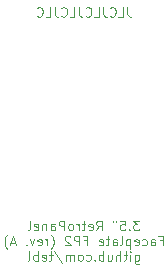
<source format=gbo>
G04 #@! TF.GenerationSoftware,KiCad,Pcbnew,(5.1.8)-1*
G04 #@! TF.CreationDate,2022-11-12T23:31:27+01:00*
G04 #@! TF.ProjectId,RetroPanel FP2,52657472-6f50-4616-9e65-6c204650322e,rev?*
G04 #@! TF.SameCoordinates,Original*
G04 #@! TF.FileFunction,Legend,Bot*
G04 #@! TF.FilePolarity,Positive*
%FSLAX46Y46*%
G04 Gerber Fmt 4.6, Leading zero omitted, Abs format (unit mm)*
G04 Created by KiCad (PCBNEW (5.1.8)-1) date 2022-11-12 23:31:27*
%MOMM*%
%LPD*%
G01*
G04 APERTURE LIST*
%ADD10C,0.100000*%
G04 APERTURE END LIST*
D10*
X154445238Y-80384904D02*
X154445238Y-80956333D01*
X154483333Y-81070619D01*
X154559523Y-81146809D01*
X154673809Y-81184904D01*
X154750000Y-81184904D01*
X153683333Y-81184904D02*
X154064285Y-81184904D01*
X154064285Y-80384904D01*
X152959523Y-81108714D02*
X152997619Y-81146809D01*
X153111904Y-81184904D01*
X153188095Y-81184904D01*
X153302380Y-81146809D01*
X153378571Y-81070619D01*
X153416666Y-80994428D01*
X153454761Y-80842047D01*
X153454761Y-80727761D01*
X153416666Y-80575380D01*
X153378571Y-80499190D01*
X153302380Y-80423000D01*
X153188095Y-80384904D01*
X153111904Y-80384904D01*
X152997619Y-80423000D01*
X152959523Y-80461095D01*
X152388095Y-80384904D02*
X152388095Y-80956333D01*
X152426190Y-81070619D01*
X152502380Y-81146809D01*
X152616666Y-81184904D01*
X152692857Y-81184904D01*
X151626190Y-81184904D02*
X152007142Y-81184904D01*
X152007142Y-80384904D01*
X150902380Y-81108714D02*
X150940476Y-81146809D01*
X151054761Y-81184904D01*
X151130952Y-81184904D01*
X151245238Y-81146809D01*
X151321428Y-81070619D01*
X151359523Y-80994428D01*
X151397619Y-80842047D01*
X151397619Y-80727761D01*
X151359523Y-80575380D01*
X151321428Y-80499190D01*
X151245238Y-80423000D01*
X151130952Y-80384904D01*
X151054761Y-80384904D01*
X150940476Y-80423000D01*
X150902380Y-80461095D01*
X150330952Y-80384904D02*
X150330952Y-80956333D01*
X150369047Y-81070619D01*
X150445238Y-81146809D01*
X150559523Y-81184904D01*
X150635714Y-81184904D01*
X149569047Y-81184904D02*
X149950000Y-81184904D01*
X149950000Y-80384904D01*
X148845238Y-81108714D02*
X148883333Y-81146809D01*
X148997619Y-81184904D01*
X149073809Y-81184904D01*
X149188095Y-81146809D01*
X149264285Y-81070619D01*
X149302380Y-80994428D01*
X149340476Y-80842047D01*
X149340476Y-80727761D01*
X149302380Y-80575380D01*
X149264285Y-80499190D01*
X149188095Y-80423000D01*
X149073809Y-80384904D01*
X148997619Y-80384904D01*
X148883333Y-80423000D01*
X148845238Y-80461095D01*
X148273809Y-80384904D02*
X148273809Y-80956333D01*
X148311904Y-81070619D01*
X148388095Y-81146809D01*
X148502380Y-81184904D01*
X148578571Y-81184904D01*
X147511904Y-81184904D02*
X147892857Y-81184904D01*
X147892857Y-80384904D01*
X146788095Y-81108714D02*
X146826190Y-81146809D01*
X146940476Y-81184904D01*
X147016666Y-81184904D01*
X147130952Y-81146809D01*
X147207142Y-81070619D01*
X147245238Y-80994428D01*
X147283333Y-80842047D01*
X147283333Y-80727761D01*
X147245238Y-80575380D01*
X147207142Y-80499190D01*
X147130952Y-80423000D01*
X147016666Y-80384904D01*
X146940476Y-80384904D01*
X146826190Y-80423000D01*
X146788095Y-80461095D01*
X155454761Y-98466904D02*
X154959523Y-98466904D01*
X155226190Y-98771666D01*
X155111904Y-98771666D01*
X155035714Y-98809761D01*
X154997619Y-98847857D01*
X154959523Y-98924047D01*
X154959523Y-99114523D01*
X154997619Y-99190714D01*
X155035714Y-99228809D01*
X155111904Y-99266904D01*
X155340476Y-99266904D01*
X155416666Y-99228809D01*
X155454761Y-99190714D01*
X154616666Y-99190714D02*
X154578571Y-99228809D01*
X154616666Y-99266904D01*
X154654761Y-99228809D01*
X154616666Y-99190714D01*
X154616666Y-99266904D01*
X153854761Y-98466904D02*
X154235714Y-98466904D01*
X154273809Y-98847857D01*
X154235714Y-98809761D01*
X154159523Y-98771666D01*
X153969047Y-98771666D01*
X153892857Y-98809761D01*
X153854761Y-98847857D01*
X153816666Y-98924047D01*
X153816666Y-99114523D01*
X153854761Y-99190714D01*
X153892857Y-99228809D01*
X153969047Y-99266904D01*
X154159523Y-99266904D01*
X154235714Y-99228809D01*
X154273809Y-99190714D01*
X153511904Y-98466904D02*
X153511904Y-98619285D01*
X153207142Y-98466904D02*
X153207142Y-98619285D01*
X151797619Y-99266904D02*
X152064285Y-98885952D01*
X152254761Y-99266904D02*
X152254761Y-98466904D01*
X151950000Y-98466904D01*
X151873809Y-98505000D01*
X151835714Y-98543095D01*
X151797619Y-98619285D01*
X151797619Y-98733571D01*
X151835714Y-98809761D01*
X151873809Y-98847857D01*
X151950000Y-98885952D01*
X152254761Y-98885952D01*
X151150000Y-99228809D02*
X151226190Y-99266904D01*
X151378571Y-99266904D01*
X151454761Y-99228809D01*
X151492857Y-99152619D01*
X151492857Y-98847857D01*
X151454761Y-98771666D01*
X151378571Y-98733571D01*
X151226190Y-98733571D01*
X151150000Y-98771666D01*
X151111904Y-98847857D01*
X151111904Y-98924047D01*
X151492857Y-99000238D01*
X150883333Y-98733571D02*
X150578571Y-98733571D01*
X150769047Y-98466904D02*
X150769047Y-99152619D01*
X150730952Y-99228809D01*
X150654761Y-99266904D01*
X150578571Y-99266904D01*
X150311904Y-99266904D02*
X150311904Y-98733571D01*
X150311904Y-98885952D02*
X150273809Y-98809761D01*
X150235714Y-98771666D01*
X150159523Y-98733571D01*
X150083333Y-98733571D01*
X149702380Y-99266904D02*
X149778571Y-99228809D01*
X149816666Y-99190714D01*
X149854761Y-99114523D01*
X149854761Y-98885952D01*
X149816666Y-98809761D01*
X149778571Y-98771666D01*
X149702380Y-98733571D01*
X149588095Y-98733571D01*
X149511904Y-98771666D01*
X149473809Y-98809761D01*
X149435714Y-98885952D01*
X149435714Y-99114523D01*
X149473809Y-99190714D01*
X149511904Y-99228809D01*
X149588095Y-99266904D01*
X149702380Y-99266904D01*
X149092857Y-99266904D02*
X149092857Y-98466904D01*
X148788095Y-98466904D01*
X148711904Y-98505000D01*
X148673809Y-98543095D01*
X148635714Y-98619285D01*
X148635714Y-98733571D01*
X148673809Y-98809761D01*
X148711904Y-98847857D01*
X148788095Y-98885952D01*
X149092857Y-98885952D01*
X147950000Y-99266904D02*
X147950000Y-98847857D01*
X147988095Y-98771666D01*
X148064285Y-98733571D01*
X148216666Y-98733571D01*
X148292857Y-98771666D01*
X147950000Y-99228809D02*
X148026190Y-99266904D01*
X148216666Y-99266904D01*
X148292857Y-99228809D01*
X148330952Y-99152619D01*
X148330952Y-99076428D01*
X148292857Y-99000238D01*
X148216666Y-98962142D01*
X148026190Y-98962142D01*
X147950000Y-98924047D01*
X147569047Y-98733571D02*
X147569047Y-99266904D01*
X147569047Y-98809761D02*
X147530952Y-98771666D01*
X147454761Y-98733571D01*
X147340476Y-98733571D01*
X147264285Y-98771666D01*
X147226190Y-98847857D01*
X147226190Y-99266904D01*
X146540476Y-99228809D02*
X146616666Y-99266904D01*
X146769047Y-99266904D01*
X146845238Y-99228809D01*
X146883333Y-99152619D01*
X146883333Y-98847857D01*
X146845238Y-98771666D01*
X146769047Y-98733571D01*
X146616666Y-98733571D01*
X146540476Y-98771666D01*
X146502380Y-98847857D01*
X146502380Y-98924047D01*
X146883333Y-99000238D01*
X146045238Y-99266904D02*
X146121428Y-99228809D01*
X146159523Y-99152619D01*
X146159523Y-98466904D01*
X157188095Y-100147857D02*
X157454761Y-100147857D01*
X157454761Y-100566904D02*
X157454761Y-99766904D01*
X157073809Y-99766904D01*
X156426190Y-100566904D02*
X156426190Y-100147857D01*
X156464285Y-100071666D01*
X156540476Y-100033571D01*
X156692857Y-100033571D01*
X156769047Y-100071666D01*
X156426190Y-100528809D02*
X156502380Y-100566904D01*
X156692857Y-100566904D01*
X156769047Y-100528809D01*
X156807142Y-100452619D01*
X156807142Y-100376428D01*
X156769047Y-100300238D01*
X156692857Y-100262142D01*
X156502380Y-100262142D01*
X156426190Y-100224047D01*
X155702380Y-100528809D02*
X155778571Y-100566904D01*
X155930952Y-100566904D01*
X156007142Y-100528809D01*
X156045238Y-100490714D01*
X156083333Y-100414523D01*
X156083333Y-100185952D01*
X156045238Y-100109761D01*
X156007142Y-100071666D01*
X155930952Y-100033571D01*
X155778571Y-100033571D01*
X155702380Y-100071666D01*
X155054761Y-100528809D02*
X155130952Y-100566904D01*
X155283333Y-100566904D01*
X155359523Y-100528809D01*
X155397619Y-100452619D01*
X155397619Y-100147857D01*
X155359523Y-100071666D01*
X155283333Y-100033571D01*
X155130952Y-100033571D01*
X155054761Y-100071666D01*
X155016666Y-100147857D01*
X155016666Y-100224047D01*
X155397619Y-100300238D01*
X154673809Y-100033571D02*
X154673809Y-100833571D01*
X154673809Y-100071666D02*
X154597619Y-100033571D01*
X154445238Y-100033571D01*
X154369047Y-100071666D01*
X154330952Y-100109761D01*
X154292857Y-100185952D01*
X154292857Y-100414523D01*
X154330952Y-100490714D01*
X154369047Y-100528809D01*
X154445238Y-100566904D01*
X154597619Y-100566904D01*
X154673809Y-100528809D01*
X153835714Y-100566904D02*
X153911904Y-100528809D01*
X153950000Y-100452619D01*
X153950000Y-99766904D01*
X153188095Y-100566904D02*
X153188095Y-100147857D01*
X153226190Y-100071666D01*
X153302380Y-100033571D01*
X153454761Y-100033571D01*
X153530952Y-100071666D01*
X153188095Y-100528809D02*
X153264285Y-100566904D01*
X153454761Y-100566904D01*
X153530952Y-100528809D01*
X153569047Y-100452619D01*
X153569047Y-100376428D01*
X153530952Y-100300238D01*
X153454761Y-100262142D01*
X153264285Y-100262142D01*
X153188095Y-100224047D01*
X152921428Y-100033571D02*
X152616666Y-100033571D01*
X152807142Y-99766904D02*
X152807142Y-100452619D01*
X152769047Y-100528809D01*
X152692857Y-100566904D01*
X152616666Y-100566904D01*
X152045238Y-100528809D02*
X152121428Y-100566904D01*
X152273809Y-100566904D01*
X152350000Y-100528809D01*
X152388095Y-100452619D01*
X152388095Y-100147857D01*
X152350000Y-100071666D01*
X152273809Y-100033571D01*
X152121428Y-100033571D01*
X152045238Y-100071666D01*
X152007142Y-100147857D01*
X152007142Y-100224047D01*
X152388095Y-100300238D01*
X150788095Y-100147857D02*
X151054761Y-100147857D01*
X151054761Y-100566904D02*
X151054761Y-99766904D01*
X150673809Y-99766904D01*
X150369047Y-100566904D02*
X150369047Y-99766904D01*
X150064285Y-99766904D01*
X149988095Y-99805000D01*
X149950000Y-99843095D01*
X149911904Y-99919285D01*
X149911904Y-100033571D01*
X149950000Y-100109761D01*
X149988095Y-100147857D01*
X150064285Y-100185952D01*
X150369047Y-100185952D01*
X149607142Y-99843095D02*
X149569047Y-99805000D01*
X149492857Y-99766904D01*
X149302380Y-99766904D01*
X149226190Y-99805000D01*
X149188095Y-99843095D01*
X149150000Y-99919285D01*
X149150000Y-99995476D01*
X149188095Y-100109761D01*
X149645238Y-100566904D01*
X149150000Y-100566904D01*
X147969047Y-100871666D02*
X148007142Y-100833571D01*
X148083333Y-100719285D01*
X148121428Y-100643095D01*
X148159523Y-100528809D01*
X148197619Y-100338333D01*
X148197619Y-100185952D01*
X148159523Y-99995476D01*
X148121428Y-99881190D01*
X148083333Y-99805000D01*
X148007142Y-99690714D01*
X147969047Y-99652619D01*
X147664285Y-100566904D02*
X147664285Y-100033571D01*
X147664285Y-100185952D02*
X147626190Y-100109761D01*
X147588095Y-100071666D01*
X147511904Y-100033571D01*
X147435714Y-100033571D01*
X146864285Y-100528809D02*
X146940476Y-100566904D01*
X147092857Y-100566904D01*
X147169047Y-100528809D01*
X147207142Y-100452619D01*
X147207142Y-100147857D01*
X147169047Y-100071666D01*
X147092857Y-100033571D01*
X146940476Y-100033571D01*
X146864285Y-100071666D01*
X146826190Y-100147857D01*
X146826190Y-100224047D01*
X147207142Y-100300238D01*
X146559523Y-100033571D02*
X146369047Y-100566904D01*
X146178571Y-100033571D01*
X145873809Y-100490714D02*
X145835714Y-100528809D01*
X145873809Y-100566904D01*
X145911904Y-100528809D01*
X145873809Y-100490714D01*
X145873809Y-100566904D01*
X144921428Y-100338333D02*
X144540476Y-100338333D01*
X144997619Y-100566904D02*
X144730952Y-99766904D01*
X144464285Y-100566904D01*
X144273809Y-100871666D02*
X144235714Y-100833571D01*
X144159523Y-100719285D01*
X144121428Y-100643095D01*
X144083333Y-100528809D01*
X144045238Y-100338333D01*
X144045238Y-100185952D01*
X144083333Y-99995476D01*
X144121428Y-99881190D01*
X144159523Y-99805000D01*
X144235714Y-99690714D01*
X144273809Y-99652619D01*
X155073809Y-101333571D02*
X155073809Y-101981190D01*
X155111904Y-102057380D01*
X155150000Y-102095476D01*
X155226190Y-102133571D01*
X155340476Y-102133571D01*
X155416666Y-102095476D01*
X155073809Y-101828809D02*
X155150000Y-101866904D01*
X155302380Y-101866904D01*
X155378571Y-101828809D01*
X155416666Y-101790714D01*
X155454761Y-101714523D01*
X155454761Y-101485952D01*
X155416666Y-101409761D01*
X155378571Y-101371666D01*
X155302380Y-101333571D01*
X155150000Y-101333571D01*
X155073809Y-101371666D01*
X154692857Y-101866904D02*
X154692857Y-101333571D01*
X154692857Y-101066904D02*
X154730952Y-101105000D01*
X154692857Y-101143095D01*
X154654761Y-101105000D01*
X154692857Y-101066904D01*
X154692857Y-101143095D01*
X154426190Y-101333571D02*
X154121428Y-101333571D01*
X154311904Y-101066904D02*
X154311904Y-101752619D01*
X154273809Y-101828809D01*
X154197619Y-101866904D01*
X154121428Y-101866904D01*
X153854761Y-101866904D02*
X153854761Y-101066904D01*
X153511904Y-101866904D02*
X153511904Y-101447857D01*
X153550000Y-101371666D01*
X153626190Y-101333571D01*
X153740476Y-101333571D01*
X153816666Y-101371666D01*
X153854761Y-101409761D01*
X152788095Y-101333571D02*
X152788095Y-101866904D01*
X153130952Y-101333571D02*
X153130952Y-101752619D01*
X153092857Y-101828809D01*
X153016666Y-101866904D01*
X152902380Y-101866904D01*
X152826190Y-101828809D01*
X152788095Y-101790714D01*
X152407142Y-101866904D02*
X152407142Y-101066904D01*
X152407142Y-101371666D02*
X152330952Y-101333571D01*
X152178571Y-101333571D01*
X152102380Y-101371666D01*
X152064285Y-101409761D01*
X152026190Y-101485952D01*
X152026190Y-101714523D01*
X152064285Y-101790714D01*
X152102380Y-101828809D01*
X152178571Y-101866904D01*
X152330952Y-101866904D01*
X152407142Y-101828809D01*
X151683333Y-101790714D02*
X151645238Y-101828809D01*
X151683333Y-101866904D01*
X151721428Y-101828809D01*
X151683333Y-101790714D01*
X151683333Y-101866904D01*
X150959523Y-101828809D02*
X151035714Y-101866904D01*
X151188095Y-101866904D01*
X151264285Y-101828809D01*
X151302380Y-101790714D01*
X151340476Y-101714523D01*
X151340476Y-101485952D01*
X151302380Y-101409761D01*
X151264285Y-101371666D01*
X151188095Y-101333571D01*
X151035714Y-101333571D01*
X150959523Y-101371666D01*
X150502380Y-101866904D02*
X150578571Y-101828809D01*
X150616666Y-101790714D01*
X150654761Y-101714523D01*
X150654761Y-101485952D01*
X150616666Y-101409761D01*
X150578571Y-101371666D01*
X150502380Y-101333571D01*
X150388095Y-101333571D01*
X150311904Y-101371666D01*
X150273809Y-101409761D01*
X150235714Y-101485952D01*
X150235714Y-101714523D01*
X150273809Y-101790714D01*
X150311904Y-101828809D01*
X150388095Y-101866904D01*
X150502380Y-101866904D01*
X149892857Y-101866904D02*
X149892857Y-101333571D01*
X149892857Y-101409761D02*
X149854761Y-101371666D01*
X149778571Y-101333571D01*
X149664285Y-101333571D01*
X149588095Y-101371666D01*
X149550000Y-101447857D01*
X149550000Y-101866904D01*
X149550000Y-101447857D02*
X149511904Y-101371666D01*
X149435714Y-101333571D01*
X149321428Y-101333571D01*
X149245238Y-101371666D01*
X149207142Y-101447857D01*
X149207142Y-101866904D01*
X148254761Y-101028809D02*
X148940476Y-102057380D01*
X148102380Y-101333571D02*
X147797619Y-101333571D01*
X147988095Y-101066904D02*
X147988095Y-101752619D01*
X147950000Y-101828809D01*
X147873809Y-101866904D01*
X147797619Y-101866904D01*
X147226190Y-101828809D02*
X147302380Y-101866904D01*
X147454761Y-101866904D01*
X147530952Y-101828809D01*
X147569047Y-101752619D01*
X147569047Y-101447857D01*
X147530952Y-101371666D01*
X147454761Y-101333571D01*
X147302380Y-101333571D01*
X147226190Y-101371666D01*
X147188095Y-101447857D01*
X147188095Y-101524047D01*
X147569047Y-101600238D01*
X146845238Y-101866904D02*
X146845238Y-101066904D01*
X146845238Y-101371666D02*
X146769047Y-101333571D01*
X146616666Y-101333571D01*
X146540476Y-101371666D01*
X146502380Y-101409761D01*
X146464285Y-101485952D01*
X146464285Y-101714523D01*
X146502380Y-101790714D01*
X146540476Y-101828809D01*
X146616666Y-101866904D01*
X146769047Y-101866904D01*
X146845238Y-101828809D01*
X146007142Y-101866904D02*
X146083333Y-101828809D01*
X146121428Y-101752619D01*
X146121428Y-101066904D01*
M02*

</source>
